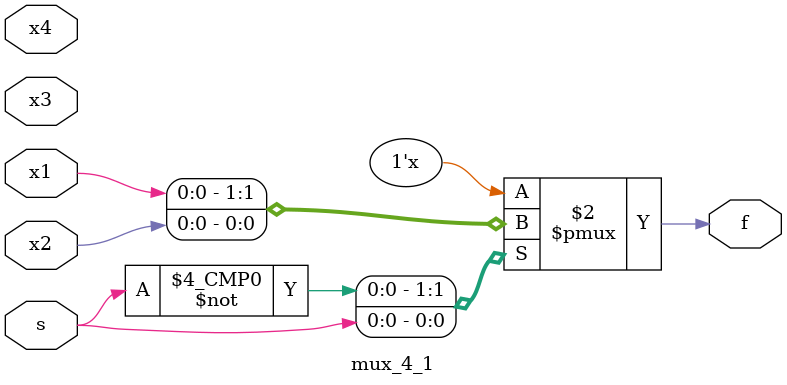
<source format=v>
module mux_4_1 (
	input x1,
	input x2,
	input x3,
	input x4,
	input s,
	output reg f
);
always@ (*)
	begin
	case (s)
		0: f = x1;
		1: f = x2;
		2: f = x3;
		3: f = x4;
	endcase
	end
endmodule
</source>
